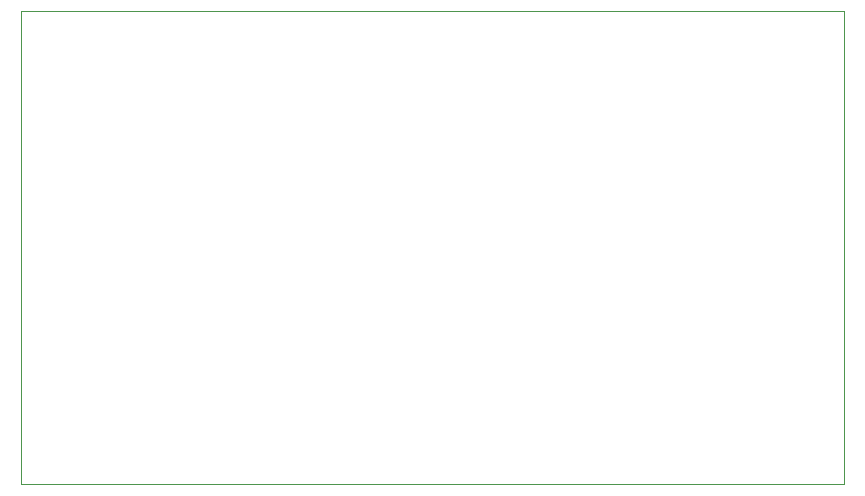
<source format=gbr>
G04 #@! TF.GenerationSoftware,KiCad,Pcbnew,(5.1.4)-1*
G04 #@! TF.CreationDate,2021-02-21T00:25:35+00:00*
G04 #@! TF.ProjectId,5v_to_bipolar15v_PSU,35765f74-6f5f-4626-9970-6f6c61723135,rev?*
G04 #@! TF.SameCoordinates,Original*
G04 #@! TF.FileFunction,Profile,NP*
%FSLAX46Y46*%
G04 Gerber Fmt 4.6, Leading zero omitted, Abs format (unit mm)*
G04 Created by KiCad (PCBNEW (5.1.4)-1) date 2021-02-21 00:25:35*
%MOMM*%
%LPD*%
G04 APERTURE LIST*
%ADD10C,0.050000*%
G04 APERTURE END LIST*
D10*
X114755500Y-76966400D02*
X184461000Y-76966400D01*
X114755500Y-116966400D02*
X114755500Y-76966400D01*
X184461000Y-116966400D02*
X114755500Y-116966400D01*
X184461000Y-76966400D02*
X184461000Y-116966400D01*
M02*

</source>
